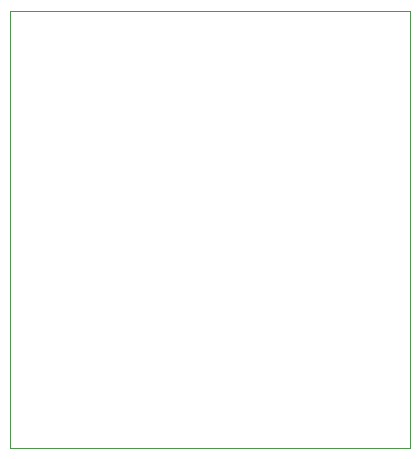
<source format=gbr>
%TF.GenerationSoftware,Altium Limited,Altium Designer,23.1.1 (15)*%
G04 Layer_Color=0*
%FSLAX45Y45*%
%MOMM*%
%TF.SameCoordinates,F9E8136A-E86D-4813-A5E9-63B8E08E304F*%
%TF.FilePolarity,Positive*%
%TF.FileFunction,Profile,NP*%
%TF.Part,Single*%
G01*
G75*
%TA.AperFunction,Profile*%
%ADD120C,0.02540*%
D120*
X9131300Y3702500D02*
X12517500D01*
Y7404100D01*
X9131300D01*
Y3702500D01*
%TF.MD5,7833b825cd20df366fcca12fef73a0db*%
M02*

</source>
